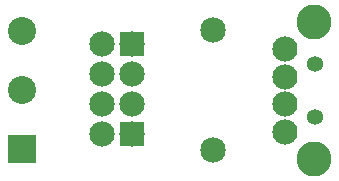
<source format=gbs>
G04 MADE WITH FRITZING*
G04 WWW.FRITZING.ORG*
G04 DOUBLE SIDED*
G04 HOLES PLATED*
G04 CONTOUR ON CENTER OF CONTOUR VECTOR*
%ASAXBY*%
%FSLAX23Y23*%
%MOIN*%
%OFA0B0*%
%SFA1.0B1.0*%
%ADD10C,0.093307*%
%ADD11C,0.084000*%
%ADD12C,0.116614*%
%ADD13C,0.053307*%
%ADD14C,0.084472*%
%ADD15C,0.085000*%
%ADD16R,0.093307X0.093307*%
%ADD17R,0.084108X0.084472*%
%LNMASK0*%
G90*
G70*
G54D10*
X158Y108D03*
X158Y304D03*
X158Y501D03*
G54D11*
X1035Y440D03*
X1035Y347D03*
X1035Y258D03*
X1035Y165D03*
G54D12*
X1130Y74D03*
X1130Y531D03*
G54D13*
X1134Y391D03*
X1134Y214D03*
G54D11*
X1035Y440D03*
X1035Y347D03*
X1035Y258D03*
X1035Y165D03*
G54D12*
X1130Y74D03*
X1130Y531D03*
G54D13*
X1134Y391D03*
X1134Y214D03*
G54D11*
X1035Y440D03*
X1035Y347D03*
X1035Y258D03*
X1035Y165D03*
G54D12*
X1130Y74D03*
X1130Y531D03*
G54D13*
X1134Y391D03*
X1134Y214D03*
G54D14*
X523Y459D03*
X423Y459D03*
X523Y359D03*
X423Y359D03*
X523Y258D03*
X423Y258D03*
X523Y158D03*
X423Y158D03*
G54D15*
X795Y106D03*
X795Y506D03*
G54D16*
X158Y108D03*
G54D17*
X523Y459D03*
X523Y158D03*
G04 End of Mask0*
M02*
</source>
